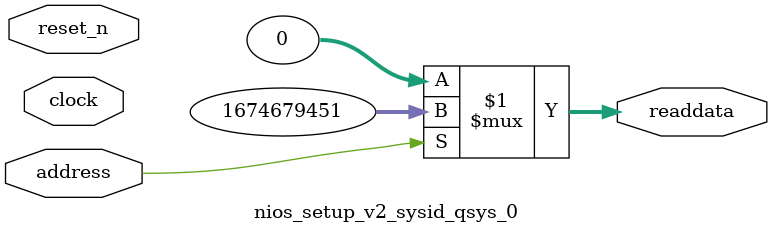
<source format=v>



// synthesis translate_off
`timescale 1ns / 1ps
// synthesis translate_on

// turn off superfluous verilog processor warnings 
// altera message_level Level1 
// altera message_off 10034 10035 10036 10037 10230 10240 10030 

module nios_setup_v2_sysid_qsys_0 (
               // inputs:
                address,
                clock,
                reset_n,

               // outputs:
                readdata
             )
;

  output  [ 31: 0] readdata;
  input            address;
  input            clock;
  input            reset_n;

  wire    [ 31: 0] readdata;
  //control_slave, which is an e_avalon_slave
  assign readdata = address ? 1674679451 : 0;

endmodule



</source>
